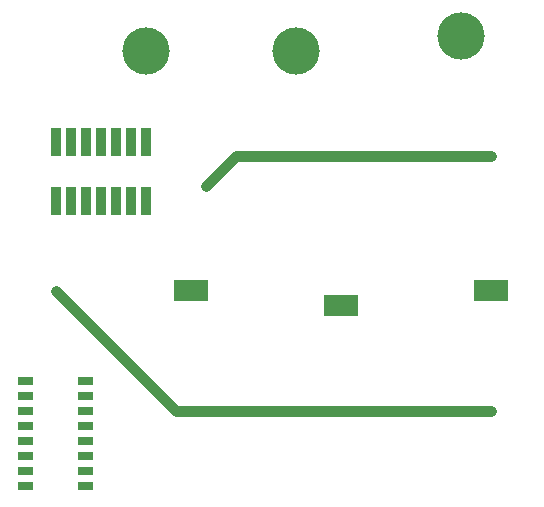
<source format=gbr>
%FSLAX32Y32*%
%MOMM*%
%LNKUPFERSEITE2*%
G71*
G01*
%ADD10C, 4.00*%
%ADD11C, 0.89*%
%LPD*%
X14603Y9365D02*
G54D10*
D03*
X13206Y9238D02*
G54D10*
D03*
X11936Y9238D02*
G54D10*
D03*
G36*
X15000Y7296D02*
X14714Y7296D01*
X14714Y7116D01*
X15000Y7116D01*
X15000Y7296D01*
G37*
G36*
X13730Y7169D02*
X13444Y7169D01*
X13444Y6989D01*
X13730Y6989D01*
X13730Y7169D01*
G37*
G36*
X12460Y7296D02*
X12174Y7296D01*
X12174Y7116D01*
X12460Y7116D01*
X12460Y7296D01*
G37*
G54D11*
X14857Y8349D02*
X12698Y8349D01*
X12444Y8095D01*
G54D11*
X14857Y6190D02*
X12190Y6190D01*
X11174Y7206D01*
G36*
X11134Y7848D02*
X11214Y7848D01*
X11214Y8088D01*
X11134Y8088D01*
X11134Y7848D01*
G37*
G36*
X11261Y7848D02*
X11341Y7848D01*
X11341Y8088D01*
X11261Y8088D01*
X11261Y7848D01*
G37*
G36*
X11388Y7848D02*
X11468Y7848D01*
X11468Y8088D01*
X11388Y8088D01*
X11388Y7848D01*
G37*
G36*
X11515Y7848D02*
X11595Y7848D01*
X11595Y8088D01*
X11515Y8088D01*
X11515Y7848D01*
G37*
G36*
X11642Y7848D02*
X11722Y7848D01*
X11722Y8088D01*
X11642Y8088D01*
X11642Y7848D01*
G37*
G36*
X11769Y7848D02*
X11849Y7848D01*
X11849Y8088D01*
X11769Y8088D01*
X11769Y7848D01*
G37*
G36*
X11896Y7848D02*
X11976Y7848D01*
X11976Y8088D01*
X11896Y8088D01*
X11896Y7848D01*
G37*
G36*
X11896Y8348D02*
X11976Y8348D01*
X11976Y8588D01*
X11896Y8588D01*
X11896Y8348D01*
G37*
G36*
X11769Y8348D02*
X11849Y8348D01*
X11849Y8588D01*
X11769Y8588D01*
X11769Y8348D01*
G37*
G36*
X11642Y8348D02*
X11722Y8348D01*
X11722Y8588D01*
X11642Y8588D01*
X11642Y8348D01*
G37*
G36*
X11515Y8348D02*
X11595Y8348D01*
X11595Y8588D01*
X11515Y8588D01*
X11515Y8348D01*
G37*
G36*
X11388Y8348D02*
X11468Y8348D01*
X11468Y8588D01*
X11388Y8588D01*
X11388Y8348D01*
G37*
G36*
X11261Y8348D02*
X11341Y8348D01*
X11341Y8588D01*
X11261Y8588D01*
X11261Y8348D01*
G37*
G36*
X11134Y8348D02*
X11214Y8348D01*
X11214Y8588D01*
X11134Y8588D01*
X11134Y8348D01*
G37*
G36*
X10856Y6030D02*
X10984Y6030D01*
X10984Y6096D01*
X10856Y6096D01*
X10856Y6030D01*
G37*
G36*
X10856Y6158D02*
X10984Y6158D01*
X10984Y6222D01*
X10856Y6222D01*
X10856Y6158D01*
G37*
G36*
X10856Y6284D02*
X10984Y6284D01*
X10984Y6350D01*
X10856Y6350D01*
X10856Y6284D01*
G37*
G36*
X10856Y6412D02*
X10984Y6412D01*
X10984Y6476D01*
X10856Y6476D01*
X10856Y6412D01*
G37*
G36*
X11364Y6412D02*
X11492Y6412D01*
X11492Y6476D01*
X11364Y6476D01*
X11364Y6412D01*
G37*
G36*
X11364Y6284D02*
X11492Y6284D01*
X11492Y6350D01*
X11364Y6350D01*
X11364Y6284D01*
G37*
G36*
X11364Y6158D02*
X11492Y6158D01*
X11492Y6222D01*
X11364Y6222D01*
X11364Y6158D01*
G37*
G36*
X11364Y6030D02*
X11492Y6030D01*
X11492Y6096D01*
X11364Y6096D01*
X11364Y6030D01*
G37*
G36*
X11364Y5904D02*
X11492Y5904D01*
X11492Y5968D01*
X11364Y5968D01*
X11364Y5904D01*
G37*
G36*
X11364Y5776D02*
X11492Y5776D01*
X11492Y5842D01*
X11364Y5842D01*
X11364Y5776D01*
G37*
G36*
X11364Y5650D02*
X11492Y5650D01*
X11492Y5714D01*
X11364Y5714D01*
X11364Y5650D01*
G37*
G36*
X10856Y5904D02*
X10984Y5904D01*
X10984Y5968D01*
X10856Y5968D01*
X10856Y5904D01*
G37*
G36*
X10856Y5776D02*
X10984Y5776D01*
X10984Y5842D01*
X10856Y5842D01*
X10856Y5776D01*
G37*
G36*
X10856Y5650D02*
X10984Y5650D01*
X10984Y5714D01*
X10856Y5714D01*
X10856Y5650D01*
G37*
G36*
X11364Y5522D02*
X11492Y5522D01*
X11492Y5588D01*
X11364Y5588D01*
X11364Y5522D01*
G37*
G36*
X10856Y5522D02*
X10984Y5522D01*
X10984Y5588D01*
X10856Y5588D01*
X10856Y5522D01*
G37*
M02*

</source>
